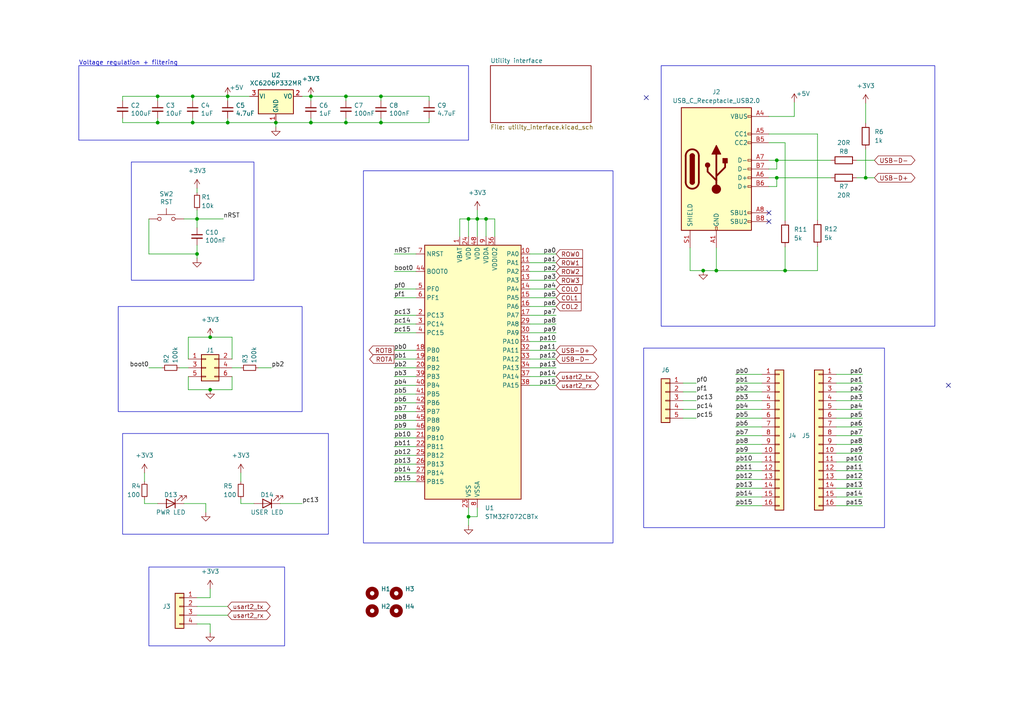
<source format=kicad_sch>
(kicad_sch (version 20230121) (generator eeschema)
  (paper "A4")
  (lib_symbols
    (symbol "Connector:USB_C_Receptacle_USB2.0" (pin_names (offset 1.016))
      (property "Reference" "J" (at -10.16 19.05 0))
      (property "Value" "USB_C_Receptacle_USB2.0" (at 19.05 19.05 0))
      (symbol "USB_C_Receptacle_USB2.0_0_0"
        (rectangle (start -0.254 -17.78) (end 0.254 -16.764))
        (rectangle (start 10.16 -14.986) (end 9.144 -15.494))
        (rectangle (start 10.16 -12.446) (end 9.144 -12.954))
        (rectangle (start 10.16 -4.826) (end 9.144 -5.334))
        (rectangle (start 10.16 -2.286) (end 9.144 -2.794))
        (rectangle (start 10.16 0.254) (end 9.144 -0.254))
        (rectangle (start 10.16 2.794) (end 9.144 2.286))
        (rectangle (start 10.16 7.874) (end 9.144 7.366))
        (rectangle (start 10.16 10.414) (end 9.144 9.906))
        (rectangle (start 10.16 15.494) (end 9.144 14.986))
      )
      (symbol "USB_C_Receptacle_USB2.0_0_1"
        (rectangle (start -10.16 17.78) (end 10.16 -17.78) (stroke (width 0.254)) (fill (type background)))
        (arc (start -8.89 -3.81) (mid -6.985 -5.7067) (end -5.08 -3.81) (stroke (width 0.508)))
        (arc (start -7.62 -3.81) (mid -6.985 -4.4423) (end -6.35 -3.81) (stroke (width 0.254)))
        (arc (start -7.62 -3.81) (mid -6.985 -4.4423) (end -6.35 -3.81) (stroke (width 0.254)) (fill (type outline)))
        (rectangle (start -7.62 -3.81) (end -6.35 3.81) (stroke (width 0.254)) (fill (type outline)))
        (arc (start -6.35 3.81) (mid -6.985 4.4423) (end -7.62 3.81) (stroke (width 0.254)))
        (arc (start -6.35 3.81) (mid -6.985 4.4423) (end -7.62 3.81) (stroke (width 0.254)) (fill (type outline)))
        (arc (start -5.08 3.81) (mid -6.985 5.7067) (end -8.89 3.81) (stroke (width 0.508)))
        (circle (center -2.54 1.143) (radius 0.635) (stroke (width 0.254)) (fill (type outline)))
        (circle (center 0 -5.842) (radius 1.27) (fill (type outline)))
        (polyline (pts (xy -8.89 -3.81) (xy -8.89 3.81)) (stroke (width 0.508)))
        (polyline (pts (xy -5.08 3.81) (xy -5.08 -3.81)) (stroke (width 0.508)))
        (polyline (pts (xy 0 -5.842) (xy 0 4.318)) (stroke (width 0.508)))
        (polyline (pts (xy 0 -3.302) (xy -2.54 -0.762) (xy -2.54 0.508)) (stroke (width 0.508)))
        (polyline (pts (xy 0 -2.032) (xy 2.54 0.508) (xy 2.54 1.778)) (stroke (width 0.508)))
        (polyline (pts (xy -1.27 4.318) (xy 0 6.858) (xy 1.27 4.318) (xy -1.27 4.318)) (stroke (width 0.254)) (fill (type outline)))
        (rectangle (start 1.905 1.778) (end 3.175 3.048) (stroke (width 0.254)) (fill (type outline)))
      )
      (symbol "USB_C_Receptacle_USB2.0_1_1"
        (pin passive line (at 0 -22.86 90) (length 5.08) (name "GND") (number "A1"))
        (pin passive line (at 0 -22.86 90) (length 5.08) hide (name "GND") (number "A12"))
        (pin passive line (at 15.24 15.24 180) (length 5.08) (name "VBUS") (number "A4"))
        (pin bidirectional line (at 15.24 10.16 180) (length 5.08) (name "CC1") (number "A5"))
        (pin bidirectional line (at 15.24 -2.54 180) (length 5.08) (name "D+") (number "A6"))
        (pin bidirectional line (at 15.24 2.54 180) (length 5.08) (name "D-") (number "A7"))
        (pin bidirectional line (at 15.24 -12.7 180) (length 5.08) (name "SBU1") (number "A8"))
        (pin passive line (at 15.24 15.24 180) (length 5.08) hide (name "VBUS") (number "A9"))
        (pin passive line (at 0 -22.86 90) (length 5.08) hide (name "GND") (number "B1"))
        (pin passive line (at 0 -22.86 90) (length 5.08) hide (name "GND") (number "B12"))
        (pin passive line (at 15.24 15.24 180) (length 5.08) hide (name "VBUS") (number "B4"))
        (pin bidirectional line (at 15.24 7.62 180) (length 5.08) (name "CC2") (number "B5"))
        (pin bidirectional line (at 15.24 -5.08 180) (length 5.08) (name "D+") (number "B6"))
        (pin bidirectional line (at 15.24 0 180) (length 5.08) (name "D-") (number "B7"))
        (pin bidirectional line (at 15.24 -15.24 180) (length 5.08) (name "SBU2") (number "B8"))
        (pin passive line (at 15.24 15.24 180) (length 5.08) hide (name "VBUS") (number "B9"))
        (pin passive line (at -7.62 -22.86 90) (length 5.08) (name "SHIELD") (number "S1"))
      )
    )
    (symbol "Connector_Generic:Conn_01x04" (pin_names (offset 1.016) hide)
      (property "Reference" "J" (at 0 5.08 0))
      (property "Value" "Conn_01x04" (at 0 -7.62 0))
      (symbol "Conn_01x04_1_1"
        (rectangle (start -1.27 -4.953) (end 0 -5.207) (stroke (width 0.1524)))
        (rectangle (start -1.27 -2.413) (end 0 -2.667) (stroke (width 0.1524)))
        (rectangle (start -1.27 0.127) (end 0 -0.127) (stroke (width 0.1524)))
        (rectangle (start -1.27 2.667) (end 0 2.413) (stroke (width 0.1524)))
        (rectangle (start -1.27 3.81) (end 1.27 -6.35) (stroke (width 0.254)) (fill (type background)))
        (pin passive line (at -5.08 2.54 0) (length 3.81) (name "Pin_1") (number "1"))
        (pin passive line (at -5.08 0 0) (length 3.81) (name "Pin_2") (number "2"))
        (pin passive line (at -5.08 -2.54 0) (length 3.81) (name "Pin_3") (number "3"))
        (pin passive line (at -5.08 -5.08 0) (length 3.81) (name "Pin_4") (number "4"))
      )
    )
    (symbol "Connector_Generic:Conn_01x05" (pin_names (offset 1.016) hide)
      (property "Reference" "J" (at 0 7.62 0))
      (property "Value" "Conn_01x05" (at 0 -7.62 0))
      (symbol "Conn_01x05_1_1"
        (rectangle (start -1.27 -4.953) (end 0 -5.207) (stroke (width 0.1524)))
        (rectangle (start -1.27 -2.413) (end 0 -2.667) (stroke (width 0.1524)))
        (rectangle (start -1.27 0.127) (end 0 -0.127) (stroke (width 0.1524)))
        (rectangle (start -1.27 2.667) (end 0 2.413) (stroke (width 0.1524)))
        (rectangle (start -1.27 5.207) (end 0 4.953) (stroke (width 0.1524)))
        (rectangle (start -1.27 6.35) (end 1.27 -6.35) (stroke (width 0.254)) (fill (type background)))
        (pin passive line (at -5.08 5.08 0) (length 3.81) (name "Pin_1") (number "1"))
        (pin passive line (at -5.08 2.54 0) (length 3.81) (name "Pin_2") (number "2"))
        (pin passive line (at -5.08 0 0) (length 3.81) (name "Pin_3") (number "3"))
        (pin passive line (at -5.08 -2.54 0) (length 3.81) (name "Pin_4") (number "4"))
        (pin passive line (at -5.08 -5.08 0) (length 3.81) (name "Pin_5") (number "5"))
      )
    )
    (symbol "Connector_Generic:Conn_01x16" (pin_names (offset 1.016) hide)
      (property "Reference" "J" (at 0 20.32 0))
      (property "Value" "Conn_01x16" (at 0 -22.86 0))
      (symbol "Conn_01x16_1_1"
        (rectangle (start -1.27 -20.193) (end 0 -20.447) (stroke (width 0.1524)))
        (rectangle (start -1.27 -17.653) (end 0 -17.907) (stroke (width 0.1524)))
        (rectangle (start -1.27 -15.113) (end 0 -15.367) (stroke (width 0.1524)))
        (rectangle (start -1.27 -12.573) (end 0 -12.827) (stroke (width 0.1524)))
        (rectangle (start -1.27 -10.033) (end 0 -10.287) (stroke (width 0.1524)))
        (rectangle (start -1.27 -7.493) (end 0 -7.747) (stroke (width 0.1524)))
        (rectangle (start -1.27 -4.953) (end 0 -5.207) (stroke (width 0.1524)))
        (rectangle (start -1.27 -2.413) (end 0 -2.667) (stroke (width 0.1524)))
        (rectangle (start -1.27 0.127) (end 0 -0.127) (stroke (width 0.1524)))
        (rectangle (start -1.27 2.667) (end 0 2.413) (stroke (width 0.1524)))
        (rectangle (start -1.27 5.207) (end 0 4.953) (stroke (width 0.1524)))
        (rectangle (start -1.27 7.747) (end 0 7.493) (stroke (width 0.1524)))
        (rectangle (start -1.27 10.287) (end 0 10.033) (stroke (width 0.1524)))
        (rectangle (start -1.27 12.827) (end 0 12.573) (stroke (width 0.1524)))
        (rectangle (start -1.27 15.367) (end 0 15.113) (stroke (width 0.1524)))
        (rectangle (start -1.27 17.907) (end 0 17.653) (stroke (width 0.1524)))
        (rectangle (start -1.27 19.05) (end 1.27 -21.59) (stroke (width 0.254)) (fill (type background)))
        (pin passive line (at -5.08 17.78 0) (length 3.81) (name "Pin_1") (number "1"))
        (pin passive line (at -5.08 -5.08 0) (length 3.81) (name "Pin_10") (number "10"))
        (pin passive line (at -5.08 -7.62 0) (length 3.81) (name "Pin_11") (number "11"))
        (pin passive line (at -5.08 -10.16 0) (length 3.81) (name "Pin_12") (number "12"))
        (pin passive line (at -5.08 -12.7 0) (length 3.81) (name "Pin_13") (number "13"))
        (pin passive line (at -5.08 -15.24 0) (length 3.81) (name "Pin_14") (number "14"))
        (pin passive line (at -5.08 -17.78 0) (length 3.81) (name "Pin_15") (number "15"))
        (pin passive line (at -5.08 -20.32 0) (length 3.81) (name "Pin_16") (number "16"))
        (pin passive line (at -5.08 15.24 0) (length 3.81) (name "Pin_2") (number "2"))
        (pin passive line (at -5.08 12.7 0) (length 3.81) (name "Pin_3") (number "3"))
        (pin passive line (at -5.08 10.16 0) (length 3.81) (name "Pin_4") (number "4"))
        (pin passive line (at -5.08 7.62 0) (length 3.81) (name "Pin_5") (number "5"))
        (pin passive line (at -5.08 5.08 0) (length 3.81) (name "Pin_6") (number "6"))
        (pin passive line (at -5.08 2.54 0) (length 3.81) (name "Pin_7") (number "7"))
        (pin passive line (at -5.08 0 0) (length 3.81) (name "Pin_8") (number "8"))
        (pin passive line (at -5.08 -2.54 0) (length 3.81) (name "Pin_9") (number "9"))
      )
    )
    (symbol "Connector_Generic:Conn_02x03_Odd_Even" (pin_names (offset 1.016) hide)
      (property "Reference" "J" (at 1.27 5.08 0))
      (property "Value" "Conn_02x03_Odd_Even" (at 1.27 -5.08 0))
      (symbol "Conn_02x03_Odd_Even_1_1"
        (rectangle (start -1.27 -2.413) (end 0 -2.667) (stroke (width 0.1524)))
        (rectangle (start -1.27 0.127) (end 0 -0.127) (stroke (width 0.1524)))
        (rectangle (start -1.27 2.667) (end 0 2.413) (stroke (width 0.1524)))
        (rectangle (start -1.27 3.81) (end 3.81 -3.81) (stroke (width 0.254)) (fill (type background)))
        (rectangle (start 3.81 -2.413) (end 2.54 -2.667) (stroke (width 0.1524)))
        (rectangle (start 3.81 0.127) (end 2.54 -0.127) (stroke (width 0.1524)))
        (rectangle (start 3.81 2.667) (end 2.54 2.413) (stroke (width 0.1524)))
        (pin passive line (at -5.08 2.54 0) (length 3.81) (name "Pin_1") (number "1"))
        (pin passive line (at 7.62 2.54 180) (length 3.81) (name "Pin_2") (number "2"))
        (pin passive line (at -5.08 0 0) (length 3.81) (name "Pin_3") (number "3"))
        (pin passive line (at 7.62 0 180) (length 3.81) (name "Pin_4") (number "4"))
        (pin passive line (at -5.08 -2.54 0) (length 3.81) (name "Pin_5") (number "5"))
        (pin passive line (at 7.62 -2.54 180) (length 3.81) (name "Pin_6") (number "6"))
      )
    )
    (symbol "Device:C_Small" (pin_numbers hide) (pin_names (offset 0.254) hide)
      (property "Reference" "C" (at 0.254 1.778 0))
      (property "Value" "C_Small" (at 0.254 -2.032 0))
      (symbol "C_Small_0_1"
        (polyline (pts (xy -1.524 -0.508) (xy 1.524 -0.508)) (stroke (width 0.3302)))
        (polyline (pts (xy -1.524 0.508) (xy 1.524 0.508)) (stroke (width 0.3048)))
      )
      (symbol "C_Small_1_1"
        (pin passive line (at 0 2.54 270) (length 2.032) (name "~") (number "1"))
        (pin passive line (at 0 -2.54 90) (length 2.032) (name "~") (number "2"))
      )
    )
    (symbol "Device:LED" (pin_numbers hide) (pin_names (offset 1.016) hide)
      (property "Reference" "D" (at 0 2.54 0))
      (property "Value" "LED" (at 0 -2.54 0))
      (symbol "LED_0_1"
        (polyline (pts (xy -1.27 -1.27) (xy -1.27 1.27)) (stroke (width 0.254)))
        (polyline (pts (xy -1.27 0) (xy 1.27 0)))
        (polyline (pts (xy 1.27 -1.27) (xy 1.27 1.27) (xy -1.27 0) (xy 1.27 -1.27)) (stroke (width 0.254)))
        (polyline (pts (xy -3.048 -0.762) (xy -4.572 -2.286) (xy -3.81 -2.286) (xy -4.572 -2.286) (xy -4.572 -1.524)))
        (polyline (pts (xy -1.778 -0.762) (xy -3.302 -2.286) (xy -2.54 -2.286) (xy -3.302 -2.286) (xy -3.302 -1.524)))
      )
      (symbol "LED_1_1"
        (pin passive line (at -3.81 0 0) (length 2.54) (name "K") (number "1"))
        (pin passive line (at 3.81 0 180) (length 2.54) (name "A") (number "2"))
      )
    )
    (symbol "Device:R" (pin_numbers hide) (pin_names (offset 0))
      (property "Reference" "R" (at 2.032 0 90))
      (property "Value" "R" (at 0 0 90))
      (symbol "R_0_1"
        (rectangle (start -1.016 -2.54) (end 1.016 2.54) (stroke (width 0.254)))
      )
      (symbol "R_1_1"
        (pin passive line (at 0 3.81 270) (length 1.27) (name "~") (number "1"))
        (pin passive line (at 0 -3.81 90) (length 1.27) (name "~") (number "2"))
      )
    )
    (symbol "Device:R_Small" (pin_numbers hide) (pin_names (offset 0.254) hide)
      (property "Reference" "R" (at 0.762 0.508 0))
      (property "Value" "R_Small" (at 0.762 -1.016 0))
      (symbol "R_Small_0_1"
        (rectangle (start -0.762 1.778) (end 0.762 -1.778) (stroke (width 0.2032)))
      )
      (symbol "R_Small_1_1"
        (pin passive line (at 0 2.54 270) (length 0.762) (name "~") (number "1"))
        (pin passive line (at 0 -2.54 90) (length 0.762) (name "~") (number "2"))
      )
    )
    (symbol "MCU_ST_STM32F0:STM32F072CBTx"
      (property "Reference" "U" (at -12.7 39.37 0))
      (property "Value" "STM32F072CBTx" (at 10.16 39.37 0))
      (symbol "STM32F072CBTx_0_1"
        (rectangle (start -12.7 -35.56) (end 15.24 38.1) (stroke (width 0.254)) (fill (type background)))
      )
      (symbol "STM32F072CBTx_1_1"
        (pin power_in line (at -2.54 40.64 270) (length 2.54) (name "VBAT") (number "1"))
        (pin bidirectional line (at 17.78 35.56 180) (length 2.54) (name "PA0") (number "10"))
        (pin bidirectional line (at 17.78 33.02 180) (length 2.54) (name "PA1") (number "11"))
        (pin bidirectional line (at 17.78 30.48 180) (length 2.54) (name "PA2") (number "12"))
        (pin bidirectional line (at 17.78 27.94 180) (length 2.54) (name "PA3") (number "13"))
        (pin bidirectional line (at 17.78 25.4 180) (length 2.54) (name "PA4") (number "14"))
        (pin bidirectional line (at 17.78 22.86 180) (length 2.54) (name "PA5") (number "15"))
        (pin bidirectional line (at 17.78 20.32 180) (length 2.54) (name "PA6") (number "16"))
        (pin bidirectional line (at 17.78 17.78 180) (length 2.54) (name "PA7") (number "17"))
        (pin bidirectional line (at -15.24 7.62 0) (length 2.54) (name "PB0") (number "18"))
        (pin bidirectional line (at -15.24 5.08 0) (length 2.54) (name "PB1") (number "19"))
        (pin bidirectional line (at -15.24 17.78 0) (length 2.54) (name "PC13") (number "2"))
        (pin bidirectional line (at -15.24 2.54 0) (length 2.54) (name "PB2") (number "20"))
        (pin bidirectional line (at -15.24 -17.78 0) (length 2.54) (name "PB10") (number "21"))
        (pin bidirectional line (at -15.24 -20.32 0) (length 2.54) (name "PB11") (number "22"))
        (pin power_in line (at 0 -38.1 90) (length 2.54) (name "VSS") (number "23"))
        (pin power_in line (at 0 40.64 270) (length 2.54) (name "VDD") (number "24"))
        (pin bidirectional line (at -15.24 -22.86 0) (length 2.54) (name "PB12") (number "25"))
        (pin bidirectional line (at -15.24 -25.4 0) (length 2.54) (name "PB13") (number "26"))
        (pin bidirectional line (at -15.24 -27.94 0) (length 2.54) (name "PB14") (number "27"))
        (pin bidirectional line (at -15.24 -30.48 0) (length 2.54) (name "PB15") (number "28"))
        (pin bidirectional line (at 17.78 15.24 180) (length 2.54) (name "PA8") (number "29"))
        (pin bidirectional line (at -15.24 15.24 0) (length 2.54) (name "PC14") (number "3"))
        (pin bidirectional line (at 17.78 12.7 180) (length 2.54) (name "PA9") (number "30"))
        (pin bidirectional line (at 17.78 10.16 180) (length 2.54) (name "PA10") (number "31"))
        (pin bidirectional line (at 17.78 7.62 180) (length 2.54) (name "PA11") (number "32"))
        (pin bidirectional line (at 17.78 5.08 180) (length 2.54) (name "PA12") (number "33"))
        (pin bidirectional line (at 17.78 2.54 180) (length 2.54) (name "PA13") (number "34"))
        (pin passive line (at 0 -38.1 90) (length 2.54) hide (name "VSS") (number "35"))
        (pin power_in line (at 7.62 40.64 270) (length 2.54) (name "VDDIO2") (number "36"))
        (pin bidirectional line (at 17.78 0 180) (length 2.54) (name "PA14") (number "37"))
        (pin bidirectional line (at 17.78 -2.54 180) (length 2.54) (name "PA15") (number "38"))
        (pin bidirectional line (at -15.24 0 0) (length 2.54) (name "PB3") (number "39"))
        (pin bidirectional line (at -15.24 12.7 0) (length 2.54) (name "PC15") (number "4"))
        (pin bidirectional line (at -15.24 -2.54 0) (length 2.54) (name "PB4") (number "40"))
        (pin bidirectional line (at -15.24 -5.08 0) (length 2.54) (name "PB5") (number "41"))
        (pin bidirectional line (at -15.24 -7.62 0) (length 2.54) (name "PB6") (number "42"))
        (pin bidirectional line (at -15.24 -10.16 0) (length 2.54) (name "PB7") (number "43"))
        (pin input line (at -15.24 30.48 0) (length 2.54) (name "BOOT0") (number "44"))
        (pin bidirectional line (at -15.24 -12.7 0) (length 2.54) (name "PB8") (number "45"))
        (pin bidirectional line (at -15.24 -15.24 0) (length 2.54) (name "PB9") (number "46"))
        (pin passive line (at 0 -38.1 90) (length 2.54) hide (name "VSS") (number "47"))
        (pin power_in line (at 2.54 40.64 270) (length 2.54) (name "VDD") (number "48"))
        (pin bidirectional line (at -15.24 25.4 0) (length 2.54) (name "PF0") (number "5"))
        (pin bidirectional line (at -15.24 22.86 0) (length 2.54) (name "PF1") (number "6"))
        (pin input line (at -15.24 35.56 0) (length 2.54) (name "NRST") (number "7"))
        (pin power_in line (at 2.54 -38.1 90) (length 2.54) (name "VSSA") (number "8"))
        (pin power_in line (at 5.08 40.64 270) (length 2.54) (name "VDDA") (number "9"))
      )
    )
    (symbol "Mechanical:MountingHole" (pin_names (offset 1.016))
      (property "Reference" "H" (at 0 5.08 0))
      (property "Value" "MountingHole" (at 0 3.175 0))
      (symbol "MountingHole_0_1"
        (circle (center 0 0) (radius 1.27) (stroke (width 1.27)))
      )
    )
    (symbol "Switch:SW_Push" (pin_numbers hide) (pin_names (offset 1.016) hide)
      (property "Reference" "SW" (at 1.27 2.54 0))
      (property "Value" "SW_Push" (at 0 -1.524 0))
      (symbol "SW_Push_0_1"
        (circle (center -2.032 0) (radius 0.508))
        (polyline (pts (xy 0 1.27) (xy 0 3.048)))
        (polyline (pts (xy 2.54 1.27) (xy -2.54 1.27)))
        (circle (center 2.032 0) (radius 0.508))
        (pin passive line (at -5.08 0 0) (length 2.54) (name "1") (number "1"))
        (pin passive line (at 5.08 0 180) (length 2.54) (name "2") (number "2"))
      )
    )
    (symbol "isometria-75-pcb-iso-rescue:XC6206PxxxMR-Regulator_Linear-kicad-keyboard-parts" (pin_names (offset 0.254))
      (property "Reference" "U" (at -3.81 3.175 0))
      (property "Value" "kicad-keyboard-parts_XC6206PxxxMR-Regulator_Linear" (at 0 3.175 0))
      (property "LCSC" "C5446" (at 0 0 0))
      (symbol "XC6206PxxxMR-Regulator_Linear-kicad-keyboard-parts_0_1"
        (rectangle (start -5.08 1.905) (end 5.08 -5.08) (stroke (width 0.254)) (fill (type background)))
      )
      (symbol "XC6206PxxxMR-Regulator_Linear-kicad-keyboard-parts_1_1"
        (pin power_in line (at 0 -7.62 90) (length 2.54) (name "GND") (number "1"))
        (pin power_out line (at 7.62 0 180) (length 2.54) (name "VO") (number "2"))
        (pin power_in line (at -7.62 0 0) (length 2.54) (name "VI") (number "3"))
      )
    )
    (symbol "power:+3V3" (power) (pin_names (offset 0))
      (property "Value" "+3V3" (at 0 3.556 0))
      (symbol "+3V3_0_1"
        (polyline (pts (xy -0.762 1.27) (xy 0 2.54)))
        (polyline (pts (xy 0 0) (xy 0 2.54)))
        (polyline (pts (xy 0 2.54) (xy 0.762 1.27)))
      )
      (symbol "+3V3_1_1"
        (pin power_in line (at 0 0 90) (length 0) hide (name "+3V3") (number "1"))
      )
    )
    (symbol "power:+5V" (power) (pin_names (offset 0))
      (property "Value" "+5V" (at 0 3.556 0))
      (symbol "+5V_0_1"
        (polyline (pts (xy -0.762 1.27) (xy 0 2.54)))
        (polyline (pts (xy 0 0) (xy 0 2.54)))
        (polyline (pts (xy 0 2.54) (xy 0.762 1.27)))
      )
      (symbol "+5V_1_1"
        (pin power_in line (at 0 0 90) (length 0) hide (name "+5V") (number "1"))
      )
    )
    (symbol "power:GND" (power) (pin_names (offset 0))
      (property "Value" "GND" (at 0 -3.81 0))
      (symbol "GND_0_1"
        (polyline (pts (xy 0 0) (xy 0 -1.27) (xy 1.27 -1.27) (xy 0 -2.54) (xy -1.27 -1.27) (xy 0 -1.27)))
      )
      (symbol "GND_1_1"
        (pin power_in line (at 0 0 270) (length 0) hide (name "GND") (number "1"))
      )
    )
  )
  (junction (at 140.97 63.5))
  (junction (at 207.772 78.486))
  (junction (at 225.298 46.482))
  (junction (at 55.88 35.56))
  (junction (at 110.49 35.56))
  (junction (at 80.01 35.56))
  (junction (at 225.298 51.562))
  (junction (at 100.33 35.56))
  (junction (at 45.72 35.56))
  (junction (at 57.15 73.66))
  (junction (at 90.17 35.56))
  (junction (at 66.04 27.94))
  (junction (at 60.96 113.03))
  (junction (at 251.079 51.562))
  (junction (at 110.49 27.94))
  (junction (at 90.17 27.94))
  (junction (at 203.962 78.486))
  (junction (at 135.89 149.86))
  (junction (at 100.33 27.94))
  (junction (at 138.43 63.5))
  (junction (at 60.96 97.79))
  (junction (at 227.711 78.486))
  (junction (at 55.88 27.94))
  (junction (at 57.15 63.5))
  (junction (at 45.72 27.94))
  (junction (at 135.89 63.5))
  (junction (at 66.04 35.56))
  (no_connect (at 223.012 61.722))
  (no_connect (at 275.082 111.76))
  (no_connect (at 187.452 28.321))
  (no_connect (at 223.012 64.262))
  (wire (pts (xy 242.57 116.205) (xy 250.19 116.205)))
  (wire (pts (xy 213.36 113.665) (xy 220.98 113.665)))
  (wire (pts (xy 223.012 51.562) (xy 225.298 51.562)))
  (wire (pts (xy 114.3 91.44) (xy 120.65 91.44)))
  (wire (pts (xy 143.51 68.58) (xy 143.51 63.5)))
  (wire (pts (xy 242.57 139.065) (xy 250.19 139.065)))
  (wire (pts (xy 133.35 68.58) (xy 133.35 63.5)))
  (polyline (pts (xy 135.89 19.05) (xy 135.89 40.64)) (stroke (width 0) (type solid)))
  (wire (pts (xy 114.3 96.52) (xy 120.65 96.52)))
  (wire (pts (xy 67.31 109.22) (xy 67.31 113.03)))
  (wire (pts (xy 60.96 180.975) (xy 60.96 183.515)))
  (wire (pts (xy 237.109 71.501) (xy 237.109 78.486)))
  (wire (pts (xy 114.3 93.98) (xy 120.65 93.98)))
  (wire (pts (xy 223.012 38.862) (xy 237.109 38.862)))
  (wire (pts (xy 67.31 113.03) (xy 60.96 113.03)))
  (wire (pts (xy 198.12 121.285) (xy 201.93 121.285)))
  (wire (pts (xy 203.962 78.486) (xy 207.772 78.486)))
  (wire (pts (xy 153.67 96.52) (xy 161.29 96.52)))
  (wire (pts (xy 41.91 146.05) (xy 41.91 144.78)))
  (wire (pts (xy 143.51 63.5) (xy 140.97 63.5)))
  (wire (pts (xy 135.89 147.32) (xy 135.89 149.86)))
  (wire (pts (xy 45.72 35.56) (xy 45.72 34.29)))
  (wire (pts (xy 69.85 137.16) (xy 69.85 139.7)))
  (wire (pts (xy 225.298 54.102) (xy 225.298 51.562)))
  (wire (pts (xy 114.3 86.36) (xy 120.65 86.36)))
  (wire (pts (xy 242.57 113.665) (xy 250.19 113.665)))
  (wire (pts (xy 153.67 101.6) (xy 161.29 101.6)))
  (wire (pts (xy 114.3 114.3) (xy 120.65 114.3)))
  (wire (pts (xy 227.711 71.628) (xy 227.711 78.486)))
  (wire (pts (xy 87.63 27.94) (xy 90.17 27.94)))
  (wire (pts (xy 153.67 106.68) (xy 161.29 106.68)))
  (wire (pts (xy 213.36 141.605) (xy 220.98 141.605)))
  (wire (pts (xy 55.88 34.29) (xy 55.88 35.56)))
  (wire (pts (xy 242.57 136.525) (xy 250.19 136.525)))
  (wire (pts (xy 69.85 146.05) (xy 69.85 144.78)))
  (wire (pts (xy 57.15 178.435) (xy 66.04 178.435)))
  (wire (pts (xy 67.31 104.14) (xy 67.31 97.79)))
  (wire (pts (xy 57.15 63.5) (xy 57.15 60.96)))
  (wire (pts (xy 57.15 63.5) (xy 64.77 63.5)))
  (wire (pts (xy 213.36 128.905) (xy 220.98 128.905)))
  (wire (pts (xy 114.3 101.6) (xy 120.65 101.6)))
  (wire (pts (xy 114.3 83.82) (xy 120.65 83.82)))
  (wire (pts (xy 52.07 106.68) (xy 54.61 106.68)))
  (wire (pts (xy 45.72 27.94) (xy 55.88 27.94)))
  (wire (pts (xy 153.67 78.74) (xy 161.29 78.74)))
  (wire (pts (xy 114.3 132.08) (xy 120.65 132.08)))
  (wire (pts (xy 114.3 109.22) (xy 120.65 109.22)))
  (wire (pts (xy 135.89 149.86) (xy 135.89 152.4)))
  (wire (pts (xy 114.3 104.14) (xy 120.65 104.14)))
  (wire (pts (xy 213.36 111.125) (xy 220.98 111.125)))
  (wire (pts (xy 57.15 180.975) (xy 60.96 180.975)))
  (wire (pts (xy 251.079 43.307) (xy 251.079 51.562)))
  (wire (pts (xy 242.57 133.985) (xy 250.19 133.985)))
  (wire (pts (xy 138.43 147.32) (xy 138.43 149.86)))
  (wire (pts (xy 100.33 29.21) (xy 100.33 27.94)))
  (wire (pts (xy 138.43 60.96) (xy 138.43 63.5)))
  (wire (pts (xy 225.298 51.562) (xy 240.919 51.562)))
  (wire (pts (xy 114.3 134.62) (xy 120.65 134.62)))
  (wire (pts (xy 153.67 88.9) (xy 161.29 88.9)))
  (wire (pts (xy 80.01 36.83) (xy 80.01 35.56)))
  (wire (pts (xy 223.012 49.022) (xy 225.298 49.022)))
  (wire (pts (xy 55.88 27.94) (xy 66.04 27.94)))
  (wire (pts (xy 242.57 123.825) (xy 250.19 123.825)))
  (wire (pts (xy 200.152 71.882) (xy 200.152 78.486)))
  (wire (pts (xy 248.539 51.562) (xy 251.079 51.562)))
  (wire (pts (xy 100.33 35.56) (xy 100.33 34.29)))
  (wire (pts (xy 66.04 29.21) (xy 66.04 27.94)))
  (wire (pts (xy 140.97 68.58) (xy 140.97 63.5)))
  (wire (pts (xy 242.57 146.685) (xy 250.19 146.685)))
  (wire (pts (xy 35.56 34.29) (xy 35.56 35.56)))
  (wire (pts (xy 198.12 118.745) (xy 201.93 118.745)))
  (wire (pts (xy 114.3 116.84) (xy 120.65 116.84)))
  (wire (pts (xy 225.298 46.482) (xy 240.919 46.482)))
  (wire (pts (xy 59.69 148.59) (xy 59.69 146.05)))
  (wire (pts (xy 153.67 83.82) (xy 161.29 83.82)))
  (wire (pts (xy 54.61 97.79) (xy 60.96 97.79)))
  (wire (pts (xy 41.91 137.16) (xy 41.91 139.7)))
  (wire (pts (xy 54.61 113.03) (xy 60.96 113.03)))
  (wire (pts (xy 54.61 97.79) (xy 54.61 104.14)))
  (wire (pts (xy 114.3 137.16) (xy 120.65 137.16)))
  (wire (pts (xy 57.15 55.88) (xy 57.15 54.61)))
  (wire (pts (xy 248.539 46.482) (xy 253.619 46.482)))
  (wire (pts (xy 230.378 29.718) (xy 230.378 33.782)))
  (wire (pts (xy 227.711 64.008) (xy 227.711 41.402)))
  (wire (pts (xy 35.56 35.56) (xy 45.72 35.56)))
  (wire (pts (xy 114.3 127) (xy 120.65 127)))
  (wire (pts (xy 153.67 76.2) (xy 161.29 76.2)))
  (wire (pts (xy 80.01 35.56) (xy 90.17 35.56)))
  (wire (pts (xy 153.67 99.06) (xy 161.29 99.06)))
  (wire (pts (xy 114.3 119.38) (xy 120.65 119.38)))
  (wire (pts (xy 90.17 34.29) (xy 90.17 35.56)))
  (wire (pts (xy 198.12 116.205) (xy 201.93 116.205)))
  (wire (pts (xy 198.12 113.665) (xy 201.93 113.665)))
  (wire (pts (xy 251.079 35.687) (xy 251.079 29.972)))
  (wire (pts (xy 55.88 35.56) (xy 66.04 35.56)))
  (wire (pts (xy 114.3 106.68) (xy 120.65 106.68)))
  (wire (pts (xy 242.57 108.585) (xy 250.19 108.585)))
  (wire (pts (xy 35.56 27.94) (xy 45.72 27.94)))
  (wire (pts (xy 153.67 91.44) (xy 161.29 91.44)))
  (wire (pts (xy 110.49 35.56) (xy 110.49 34.29)))
  (wire (pts (xy 114.3 78.74) (xy 120.65 78.74)))
  (wire (pts (xy 213.36 144.145) (xy 220.98 144.145)))
  (wire (pts (xy 114.3 129.54) (xy 120.65 129.54)))
  (wire (pts (xy 213.36 121.285) (xy 220.98 121.285)))
  (wire (pts (xy 237.109 78.486) (xy 227.711 78.486)))
  (wire (pts (xy 242.57 144.145) (xy 250.19 144.145)))
  (wire (pts (xy 54.61 109.22) (xy 54.61 113.03)))
  (wire (pts (xy 100.33 27.94) (xy 110.49 27.94)))
  (polyline (pts (xy 22.86 19.05) (xy 135.89 19.05)) (stroke (width 0) (type solid)))
  (wire (pts (xy 223.012 54.102) (xy 225.298 54.102)))
  (wire (pts (xy 45.72 146.05) (xy 41.91 146.05)))
  (wire (pts (xy 90.17 35.56) (xy 100.33 35.56)))
  (wire (pts (xy 213.36 126.365) (xy 220.98 126.365)))
  (wire (pts (xy 100.33 35.56) (xy 110.49 35.56)))
  (wire (pts (xy 35.56 29.21) (xy 35.56 27.94)))
  (wire (pts (xy 153.67 111.76) (xy 161.29 111.76)))
  (wire (pts (xy 213.36 146.685) (xy 220.98 146.685)))
  (wire (pts (xy 242.57 141.605) (xy 250.19 141.605)))
  (wire (pts (xy 242.57 128.905) (xy 250.19 128.905)))
  (wire (pts (xy 153.67 86.36) (xy 161.29 86.36)))
  (wire (pts (xy 60.96 97.79) (xy 67.31 97.79)))
  (wire (pts (xy 227.711 41.402) (xy 223.012 41.402)))
  (wire (pts (xy 43.18 73.66) (xy 43.18 63.5)))
  (wire (pts (xy 114.3 139.7) (xy 120.65 139.7)))
  (wire (pts (xy 153.67 73.66) (xy 161.29 73.66)))
  (wire (pts (xy 43.18 73.66) (xy 57.15 73.66)))
  (wire (pts (xy 87.63 146.05) (xy 81.28 146.05)))
  (wire (pts (xy 251.079 51.562) (xy 253.619 51.562)))
  (wire (pts (xy 114.3 73.66) (xy 120.65 73.66)))
  (wire (pts (xy 242.57 121.285) (xy 250.19 121.285)))
  (wire (pts (xy 213.36 118.745) (xy 220.98 118.745)))
  (polyline (pts (xy 22.86 40.64) (xy 22.86 19.05)) (stroke (width 0) (type solid)))
  (wire (pts (xy 124.46 34.29) (xy 124.46 35.56)))
  (wire (pts (xy 73.66 146.05) (xy 69.85 146.05)))
  (wire (pts (xy 153.67 104.14) (xy 161.29 104.14)))
  (wire (pts (xy 207.772 78.486) (xy 227.711 78.486)))
  (wire (pts (xy 153.67 81.28) (xy 161.29 81.28)))
  (wire (pts (xy 223.012 46.482) (xy 225.298 46.482)))
  (wire (pts (xy 110.49 35.56) (xy 124.46 35.56)))
  (wire (pts (xy 207.772 71.882) (xy 207.772 78.486)))
  (wire (pts (xy 198.12 111.125) (xy 201.93 111.125)))
  (wire (pts (xy 225.298 49.022) (xy 225.298 46.482)))
  (wire (pts (xy 43.18 106.68) (xy 46.99 106.68)))
  (wire (pts (xy 213.36 133.985) (xy 220.98 133.985)))
  (wire (pts (xy 213.36 123.825) (xy 220.98 123.825)))
  (wire (pts (xy 57.15 63.5) (xy 57.15 66.04)))
  (wire (pts (xy 223.012 33.782) (xy 230.378 33.782)))
  (wire (pts (xy 66.04 35.56) (xy 80.01 35.56)))
  (wire (pts (xy 90.17 29.21) (xy 90.17 27.94)))
  (wire (pts (xy 242.57 126.365) (xy 250.19 126.365)))
  (wire (pts (xy 53.34 63.5) (xy 57.15 63.5)))
  (wire (pts (xy 110.49 29.21) (xy 110.49 27.94)))
  (wire (pts (xy 213.36 108.585) (xy 220.98 108.585)))
  (wire (pts (xy 60.96 170.815) (xy 60.96 173.355)))
  (wire (pts (xy 133.35 63.5) (xy 135.89 63.5)))
  (wire (pts (xy 66.04 27.94) (xy 72.39 27.94)))
  (wire (pts (xy 124.46 27.94) (xy 124.46 29.21)))
  (wire (pts (xy 200.152 78.486) (xy 203.962 78.486)))
  (wire (pts (xy 213.36 131.445) (xy 220.98 131.445)))
  (wire (pts (xy 55.88 35.56) (xy 45.72 35.56)))
  (wire (pts (xy 114.3 121.92) (xy 120.65 121.92)))
  (polyline (pts (xy 22.86 40.64) (xy 135.89 40.64)) (stroke (width 0) (type solid)))
  (wire (pts (xy 114.3 111.76) (xy 120.65 111.76)))
  (wire (pts (xy 57.15 73.66) (xy 57.15 74.93)))
  (wire (pts (xy 140.97 63.5) (xy 138.43 63.5)))
  (wire (pts (xy 90.17 27.94) (xy 100.33 27.94)))
  (wire (pts (xy 66.04 34.29) (xy 66.04 35.56)))
  (wire (pts (xy 110.49 27.94) (xy 124.46 27.94)))
  (wire (pts (xy 213.36 136.525) (xy 220.98 136.525)))
  (wire (pts (xy 55.88 29.21) (xy 55.88 27.94)))
  (wire (pts (xy 114.3 124.46) (xy 120.65 124.46)))
  (wire (pts (xy 67.31 106.68) (xy 69.85 106.68)))
  (wire (pts (xy 74.93 106.68) (xy 78.74 106.68)))
  (wire (pts (xy 57.15 175.895) (xy 66.04 175.895)))
  (wire (pts (xy 213.36 116.205) (xy 220.98 116.205)))
  (wire (pts (xy 242.57 131.445) (xy 250.19 131.445)))
  (wire (pts (xy 153.67 93.98) (xy 161.29 93.98)))
  (wire (pts (xy 138.43 68.58) (xy 138.43 63.5)))
  (wire (pts (xy 242.57 118.745) (xy 250.19 118.745)))
  (wire (pts (xy 135.89 63.5) (xy 135.89 68.58)))
  (wire (pts (xy 60.96 173.355) (xy 57.15 173.355)))
  (wire (pts (xy 45.72 29.21) (xy 45.72 27.94)))
  (wire (pts (xy 153.67 109.22) (xy 161.29 109.22)))
  (wire (pts (xy 213.36 139.065) (xy 220.98 139.065)))
  (wire (pts (xy 138.43 149.86) (xy 135.89 149.86)))
  (wire (pts (xy 57.15 71.12) (xy 57.15 73.66)))
  (wire (pts (xy 59.69 146.05) (xy 53.34 146.05)))
  (wire (pts (xy 138.43 63.5) (xy 135.89 63.5)))
  (wire (pts (xy 237.109 38.862) (xy 237.109 63.881)))
  (wire (pts (xy 242.57 111.125) (xy 250.19 111.125)))
  (rectangle (start 105.41 49.53) (end 177.8 157.48))
  (rectangle (start 35.56 125.73) (end 95.25 154.94))
  (rectangle (start 34.29 88.9) (end 87.63 119.38))
  (rectangle (start 38.1 46.99) (end 73.66 81.28))
  (rectangle (start 43.18 164.465) (end 82.55 187.325))
  (rectangle (start 186.69 100.965) (end 256.54 153.035))
  (rectangle (start 191.77 19.05) (end 271.145 94.615))
  (text "Voltage regulation + filtering" (at 22.86 19.05 0) (effects (font (size 1.27 1.27)) (justify left bottom)))
  (label "boot0" (at 43.18 106.68 180))
  (label "pa11" (at 161.29 101.6 180))
  (label "pa9" (at 161.29 96.52 180))
  (label "pb12" (at 114.3 132.08 0))
  (label "pa1" (at 161.29 76.2 180))
  (label "pb7" (at 114.3 119.38 0))
  (label "pb15" (at 213.36 146.685 0))
  (label "pb9" (at 114.3 124.46 0))
  (label "pa14" (at 161.29 109.22 180))
  (label "pb2" (at 213.36 113.665 0))
  (label "pa15" (at 161.29 111.76 180))
  (label "pa4" (at 161.29 83.82 180))
  (label "pa13" (at 161.29 106.68 180))
  (label "pb13" (at 114.3 134.62 0))
  (label "pa4" (at 250.19 118.745 180))
  (label "pb5" (at 114.3 114.3 0))
  (label "pa13" (at 250.19 141.605 180))
  (label "pa7" (at 161.29 91.44 180))
  (label "pc14" (at 201.93 118.745 0))
  (label "pa14" (at 250.19 144.145 180))
  (label "pf0" (at 201.93 111.125 0))
  (label "pa12" (at 161.29 104.14 180))
  (label "pb3" (at 114.3 109.22 0))
  (label "pb9" (at 213.36 131.445 0))
  (label "pa7" (at 250.19 126.365 180))
  (label "pa9" (at 250.19 131.445 180))
  (label "pb6" (at 114.3 116.84 0))
  (label "pb3" (at 213.36 116.205 0))
  (label "pa8" (at 161.29 93.98 180))
  (label "pb14" (at 114.3 137.16 0))
  (label "pc13" (at 114.3 91.44 0))
  (label "pa3" (at 161.29 81.28 180))
  (label "boot0" (at 114.3 78.74 0))
  (label "pb11" (at 213.36 136.525 0))
  (label "pb4" (at 213.36 118.745 0))
  (label "pc14" (at 114.3 93.98 0))
  (label "pa5" (at 250.19 121.285 180))
  (label "pb10" (at 114.3 127 0))
  (label "pa11" (at 250.19 136.525 180))
  (label "pb13" (at 213.36 141.605 0))
  (label "pa2" (at 250.19 113.665 180))
  (label "pb12" (at 213.36 139.065 0))
  (label "pb15" (at 114.3 139.7 0))
  (label "nRST" (at 64.77 63.5 0))
  (label "pa8" (at 250.19 128.905 180))
  (label "pb11" (at 114.3 129.54 0))
  (label "pb1" (at 114.3 104.14 0))
  (label "pb6" (at 213.36 123.825 0))
  (label "pf1" (at 201.93 113.665 0))
  (label "pb14" (at 213.36 144.145 0))
  (label "pa10" (at 161.29 99.06 180))
  (label "pb2" (at 78.74 106.68 0))
  (label "pa1" (at 250.19 111.125 180))
  (label "pa5" (at 161.29 86.36 180))
  (label "pb8" (at 114.3 121.92 0))
  (label "pb7" (at 213.36 126.365 0))
  (label "pa3" (at 250.19 116.205 180))
  (label "pa2" (at 161.29 78.74 180))
  (label "pa12" (at 250.19 139.065 180))
  (label "pb2" (at 114.3 106.68 0))
  (label "pa0" (at 161.29 73.66 180))
  (label "nRST" (at 114.3 73.66 0))
  (label "pc13" (at 201.93 116.205 0))
  (label "pb1" (at 213.36 111.125 0))
  (label "pa15" (at 250.19 146.685 180))
  (label "pa10" (at 250.19 133.985 180))
  (label "pa6" (at 250.19 123.825 180))
  (label "pb10" (at 213.36 133.985 0))
  (label "pb0" (at 213.36 108.585 0))
  (label "pc13" (at 87.63 146.05 0))
  (label "pa6" (at 161.29 88.9 180))
  (label "pb5" (at 213.36 121.285 0))
  (label "pb4" (at 114.3 111.76 0))
  (label "pb0" (at 114.3 101.6 0))
  (label "pb8" (at 213.36 128.905 0))
  (label "pf1" (at 114.3 86.36 0))
  (label "pc15" (at 114.3 96.52 0))
  (label "pc15" (at 201.93 121.285 0))
  (label "pa0" (at 250.19 108.585 180))
  (label "pf0" (at 114.3 83.82 0))
  (global_label "ROW1" (shape input) (at 161.29 76.2 0) (property "Intersheetrefs" "${INTERSHEET_REFS}" (effects hide)))
  (global_label "USB-D+" (shape bidirectional) (at 253.619 51.562 0) (property "Intersheetrefs" "${INTERSHEET_REFS}" (effects hide)))
  (global_label "ROW3" (shape input) (at 161.29 81.28 0) (property "Intersheetrefs" "${INTERSHEET_REFS}" (effects hide)))
  (global_label "ROW2" (shape input) (at 161.29 78.74 0) (property "Intersheetrefs" "${INTERSHEET_REFS}" (effects hide)))
  (global_label "USB-D-" (shape bidirectional) (at 161.29 104.14 0) (property "Intersheetrefs" "${INTERSHEET_REFS}" (effects hide)))
  (global_label "usart2_rx" (shape bidirectional) (at 161.29 111.76 0) (property "Intersheetrefs" "${INTERSHEET_REFS}" (effects hide)))
  (global_label "USB-D-" (shape bidirectional) (at 253.619 46.482 0) (property "Intersheetrefs" "${INTERSHEET_REFS}" (effects hide)))
  (global_label "COL2" (shape input) (at 161.29 88.9 0) (property "Intersheetrefs" "${INTERSHEET_REFS}" (effects hide)))
  (global_label "usart2_tx" (shape bidirectional) (at 161.29 109.22 0) (property "Intersheetrefs" "${INTERSHEET_REFS}" (effects hide)))
  (global_label "ROTB" (shape output) (at 114.3 101.6 180) (property "Intersheetrefs" "${INTERSHEET_REFS}" (effects hide)))
  (global_label "usart2_rx" (shape bidirectional) (at 66.04 178.435 0) (property "Intersheetrefs" "${INTERSHEET_REFS}" (effects hide)))
  (global_label "usart2_tx" (shape bidirectional) (at 66.04 175.895 0) (property "Intersheetrefs" "${INTERSHEET_REFS}" (effects hide)))
  (global_label "COL0" (shape input) (at 161.29 83.82 0) (property "Intersheetrefs" "${INTERSHEET_REFS}" (effects hide)))
  (global_label "ROTA" (shape output) (at 114.3 104.14 180) (property "Intersheetrefs" "${INTERSHEET_REFS}" (effects hide)))
  (global_label "COL1" (shape input) (at 161.29 86.36 0) (property "Intersheetrefs" "${INTERSHEET_REFS}" (effects hide)))
  (global_label "USB-D+" (shape bidirectional) (at 161.29 101.6 0) (property "Intersheetrefs" "${INTERSHEET_REFS}" (effects hide)))
  (global_label "ROW0" (shape input) (at 161.29 73.66 0) (property "Intersheetrefs" "${INTERSHEET_REFS}" (effects hide)))
  (symbol (lib_id "Device:C_Small") (at 45.72 31.75 0) (unit 1)
    (property "Reference" "C3" (at 48.0568 30.5816 0) (effects (justify left)))
    (property "Value" "10uF" (at 48.0568 32.893 0) (effects (justify left)))
    (property "Footprint" "Capacitor_SMD:C_0402_1005Metric" (effects hide))
    (property "LCSC" "C7171" (effects hide))
  )
  (symbol (lib_id "Mechanical:MountingHole") (at 114.935 177.165 0) (unit 1)
    (property "Reference" "H4" (at 117.475 175.895 0) (effects (justify left)))
    (property "Value" "MountingHole" (effects hide))
    (property "Footprint" "MountingHole:MountingHole_2.7mm_M2.5" (effects hide))
  )
  (symbol (lib_id "power:GND") (at 60.96 113.03 0) (unit 1)
    (property "Reference" "#PWR013" (effects hide))
    (property "Value" "GND" (effects hide))
  )
  (symbol (lib_id "power:+3V3") (at 60.96 170.815 0) (unit 1)
    (property "Reference" "#PWR04" (effects hide))
    (property "Value" "+3V3" (at 60.96 165.735 0))
  )
  (symbol (lib_id "Device:R_Small") (at 41.91 142.24 0) (unit 1)
    (property "Reference" "R4" (at 38.1 140.97 0) (effects (justify left)))
    (property "Value" "100" (at 36.83 143.51 0) (effects (justify left)))
    (property "Footprint" "Resistor_SMD:R_0402_1005Metric" (effects hide))
    (property "LCSC" "C25744" (effects hide))
  )
  (symbol (lib_id "power:+3V3") (at 57.15 54.61 0) (unit 1)
    (property "Reference" "#PWR07" (effects hide))
    (property "Value" "+3V3" (at 57.15 49.53 0))
  )
  (symbol (lib_id "Mechanical:MountingHole") (at 107.95 172.085 0) (unit 1)
    (property "Reference" "H1" (at 110.49 170.815 0) (effects (justify left)))
    (property "Value" "MountingHole" (effects hide))
    (property "Footprint" "MountingHole:MountingHole_2.7mm_M2.5" (effects hide))
  )
  (symbol (lib_id "power:+3V3") (at 41.91 137.16 0) (unit 1)
    (property "Reference" "#PWR010" (effects hide))
    (property "Value" "+3V3" (at 41.91 132.08 0))
  )
  (symbol (lib_id "Device:R_Small") (at 49.53 106.68 90) (unit 1)
    (property "Reference" "R2" (at 48.26 105.41 0) (effects (justify left)))
    (property "Value" "100k" (at 50.8 105.41 0) (effects (justify left)))
    (property "Footprint" "Resistor_SMD:R_0402_1005Metric" (effects hide))
    (property "LCSC" "C25744" (effects hide))
  )
  (symbol (lib_id "Device:C_Small") (at 90.17 31.75 0) (unit 1)
    (property "Reference" "C6" (at 92.5068 30.5816 0) (effects (justify left)))
    (property "Value" "1uF" (at 92.5068 32.893 0) (effects (justify left)))
    (property "Footprint" "Capacitor_SMD:C_0402_1005Metric" (effects hide))
    (property "LCSC" "C52923" (effects hide))
  )
  (symbol (lib_id "power:+3V3") (at 138.43 60.96 0) (unit 1)
    (property "Reference" "#PWR01" (effects hide))
    (property "Value" "+3V3" (at 138.43 55.88 0))
  )
  (symbol (lib_id "Device:R") (at 244.729 46.482 270) (unit 1)
    (property "Reference" "R8" (at 244.729 43.942 90))
    (property "Value" "20R" (at 244.729 41.402 90))
    (property "Footprint" "Resistor_SMD:R_0402_1005Metric" (effects hide))
  )
  (symbol (lib_id "Device:R_Small") (at 57.15 58.42 0) (unit 1)
    (property "Reference" "R1" (at 58.42 57.15 0) (effects (justify left)))
    (property "Value" "10k" (at 58.42 59.69 0) (effects (justify left)))
    (property "Footprint" "Resistor_SMD:R_0402_1005Metric" (effects hide))
    (property "LCSC" "C25744" (effects hide))
  )
  (symbol (lib_id "power:+3V3") (at 60.96 97.79 0) (unit 1)
    (property "Reference" "#PWR09" (effects hide))
    (property "Value" "+3V3" (at 60.96 92.71 0))
  )
  (symbol (lib_id "Mechanical:MountingHole") (at 114.935 172.085 0) (unit 1)
    (property "Reference" "H3" (at 117.475 170.815 0) (effects (justify left)))
    (property "Value" "MountingHole" (effects hide))
    (property "Footprint" "MountingHole:MountingHole_2.7mm_M2.5" (effects hide))
  )
  (symbol (lib_id "Device:R_Small") (at 72.39 106.68 90) (unit 1)
    (property "Reference" "R3" (at 71.12 105.41 0) (effects (justify left)))
    (property "Value" "100k" (at 73.66 105.41 0) (effects (justify left)))
    (property "Footprint" "Resistor_SMD:R_0402_1005Metric" (effects hide))
    (property "LCSC" "C25744" (effects hide))
  )
  (symbol (lib_id "Connector_Generic:Conn_01x04") (at 52.07 175.895 0) (mirror y) (unit 1)
    (property "Reference" "J3" (at 49.53 175.895 0) (effects (justify left)))
    (property "Value" "Conn_01x04" (effects hide))
    (property "Footprint" "Connector_PinHeader_2.54mm:PinHeader_1x04_P2.54mm_Vertical" (effects hide))
  )
  (symbol (lib_id "power:+3V3") (at 90.17 27.94 0) (unit 1)
    (property "Reference" "#PWR08" (effects hide))
    (property "Value" "+3V3" (at 90.17 22.86 0))
  )
  (symbol (lib_id "Device:C_Small") (at 35.56 31.75 0) (unit 1)
    (property "Reference" "C2" (at 37.8968 30.5816 0) (effects (justify left)))
    (property "Value" "100uF" (at 37.8968 32.893 0) (effects (justify left)))
    (property "Footprint" "Capacitor_SMD:C_0402_1005Metric" (effects hide))
    (property "LCSC" "C16133" (effects hide))
  )
  (symbol (lib_id "Connector:USB_C_Receptacle_USB2.0") (at 207.772 49.022 0) (unit 1)
    (property "Reference" "J2" (at 207.772 26.67 0))
    (property "Value" "USB_C_Receptacle_USB2.0" (at 207.772 29.21 0))
    (property "Footprint" "Connector_USB:USB_C_Receptacle_G-Switch_GT-USB-7010ASV" (effects hide))
    (property "Datasheet" "https://www.usb.org/sites/default/files/documents/usb_type-c.zip" (effects hide))
  )
  (symbol (lib_id "power:GND") (at 203.962 78.486 0) (unit 1)
    (property "Reference" "#PWR016" (effects hide))
    (property "Value" "GND" (effects hide))
  )
  (symbol (lib_id "Device:R") (at 244.729 51.562 90) (unit 1)
    (property "Reference" "R7" (at 244.729 54.102 90))
    (property "Value" "20R" (at 244.729 56.642 90))
    (property "Footprint" "Resistor_SMD:R_0402_1005Metric" (effects hide))
  )
  (symbol (lib_id "Switch:SW_Push") (at 48.26 63.5 0) (unit 1)
    (property "Reference" "SW2" (at 48.26 56.261 0))
    (property "Value" "RST" (at 48.26 58.5724 0))
    (property "Footprint" "Button_Switch_SMD:SW_SPST_SKQG_WithStem" (effects hide))
    (property "LCSC" "C318886" (effects hide))
  )
  (symbol (lib_id "Device:R_Small") (at 69.85 142.24 0) (unit 1)
    (property "Reference" "R5" (at 64.77 140.97 0) (effects (justify left)))
    (property "Value" "100" (at 64.77 143.51 0) (effects (justify left)))
    (property "Footprint" "Resistor_SMD:R_0402_1005Metric" (effects hide))
    (property "LCSC" "C25744" (effects hide))
  )
  (symbol (lib_id "Mechanical:MountingHole") (at 107.95 177.165 0) (unit 1)
    (property "Reference" "H2" (at 110.49 175.895 0) (effects (justify left)))
    (property "Value" "MountingHole" (effects hide))
    (property "Footprint" "MountingHole:MountingHole_2.7mm_M2.5" (effects hide))
  )
  (symbol (lib_id "Connector_Generic:Conn_01x16") (at 237.49 126.365 0) (mirror y) (unit 1)
    (property "Reference" "J5" (at 234.95 126.365 0) (effects (justify left)))
    (property "Value" "Conn_01x16" (effects hide))
    (property "Footprint" "Connector_PinHeader_2.54mm:PinHeader_1x16_P2.54mm_Vertical" (effects hide))
  )
  (symbol (lib_id "power:GND") (at 135.89 152.4 0) (unit 1)
    (property "Reference" "#PWR02" (effects hide))
    (property "Value" "GND" (effects hide))
  )
  (symbol (lib_id "Connector_Generic:Conn_01x05") (at 193.04 116.205 0) (mirror y) (unit 1)
    (property "Reference" "J6" (at 193.04 107.315 0))
    (property "Value" "Conn_01x05" (effects hide))
    (property "Footprint" "Connector_PinHeader_2.54mm:PinHeader_1x05_P2.54mm_Vertical" (effects hide))
  )
  (symbol (lib_id "power:GND") (at 59.69 148.59 0) (mirror y) (unit 1)
    (property "Reference" "#PWR014" (effects hide))
    (property "Value" "GND" (effects hide))
  )
  (symbol (lib_id "power:+3V3") (at 69.85 137.16 0) (unit 1)
    (property "Reference" "#PWR011" (effects hide))
    (property "Value" "+3V3" (at 69.85 132.08 0))
  )
  (symbol (lib_id "Device:R") (at 251.079 39.497 0) (unit 1)
    (property "Reference" "R6" (at 253.619 38.227 0) (effects (justify left)))
    (property "Value" "1k" (at 253.619 40.767 0) (effects (justify left)))
    (property "Footprint" "Resistor_SMD:R_0402_1005Metric" (effects hide))
  )
  (symbol (lib_id "power:+5V") (at 230.378 29.718 0) (unit 1)
    (property "Reference" "#PWR015" (effects hide))
    (property "Value" "+5V" (at 232.918 27.178 0))
  )
  (symbol (lib_id "isometria-75-pcb-iso-rescue:XC6206PxxxMR-Regulator_Linear-kicad-keyboard-parts") (at 80.01 27.94 0) (unit 1)
    (property "Reference" "U2" (at 80.01 21.7932 0))
    (property "Value" "XC6206P332MR" (at 80.01 24.1046 0))
    (property "Footprint" "Package_TO_SOT_SMD:SOT-23" (effects hide))
    (property "Datasheet" "https://www.torexsemi.com/file/xc6206/XC6206.pdf" (effects hide))
    (property "LCSC" "C5446" (effects hide))
  )
  (symbol (lib_id "power:+3V3") (at 251.079 29.972 0) (unit 1)
    (property "Reference" "#PWR017" (effects hide))
    (property "Value" "+3V3" (at 251.079 24.892 0))
  )
  (symbol (lib_id "Connector_Generic:Conn_01x16") (at 226.06 126.365 0) (unit 1)
    (property "Reference" "J4" (at 228.6 126.365 0) (effects (justify left)))
    (property "Value" "Conn_01x16" (effects hide))
    (property "Footprint" "Connector_PinHeader_2.54mm:PinHeader_1x16_P2.54mm_Vertical" (effects hide))
  )
  (symbol (lib_id "power:GND") (at 80.01 36.83 0) (unit 1)
    (property "Reference" "#PWR06" (effects hide))
    (property "Value" "GND" (effects hide))
  )
  (symbol (lib_id "Device:C_Small") (at 66.04 31.75 0) (unit 1)
    (property "Reference" "C5" (at 68.3768 30.5816 0) (effects (justify left)))
    (property "Value" "4.7uF" (at 68.3768 32.893 0) (effects (justify left)))
    (property "Footprint" "Capacitor_SMD:C_0402_1005Metric" (effects hide))
    (property "LCSC" "C23733" (effects hide))
  )
  (symbol (lib_id "Device:R") (at 237.109 67.691 0) (unit 1)
    (property "Reference" "R12" (at 239.014 66.421 0) (effects (justify left)))
    (property "Value" "5k" (at 239.014 68.961 0) (effects (justify left)))
    (property "Footprint" "Resistor_SMD:R_0402_1005Metric" (effects hide))
  )
  (symbol (lib_id "Device:C_Small") (at 57.15 68.58 0) (unit 1)
    (property "Reference" "C10" (at 59.4868 67.4116 0) (effects (justify left)))
    (property "Value" "100nF" (at 59.4868 69.723 0) (effects (justify left)))
    (property "Footprint" "Capacitor_SMD:C_0402_1005Metric" (effects hide))
    (property "LCSC" "C1525" (effects hide))
  )
  (symbol (lib_id "power:GND") (at 60.96 183.515 0) (mirror y) (unit 1)
    (property "Reference" "#PWR018" (effects hide))
    (property "Value" "GND" (effects hide))
  )
  (symbol (lib_id "Device:R") (at 227.711 67.818 0) (unit 1)
    (property "Reference" "R11" (at 230.251 66.548 0) (effects (justify left)))
    (property "Value" "5k" (at 230.251 69.088 0) (effects (justify left)))
    (property "Footprint" "Resistor_SMD:R_0402_1005Metric" (effects hide))
  )
  (symbol (lib_id "Device:C_Small") (at 124.46 31.75 0) (unit 1)
    (property "Reference" "C9" (at 126.7968 30.5816 0) (effects (justify left)))
    (property "Value" "4.7uF" (at 126.7968 32.893 0) (effects (justify left)))
    (property "Footprint" "Capacitor_SMD:C_0402_1005Metric" (effects hide))
    (property "LCSC" "C23733" (effects hide))
  )
  (symbol (lib_id "power:GND") (at 57.15 74.93 0) (unit 1)
    (property "Reference" "#PWR012" (effects hide))
    (property "Value" "GND" (effects hide))
  )
  (symbol (lib_id "Device:C_Small") (at 55.88 31.75 0) (unit 1)
    (property "Reference" "C4" (at 58.2168 30.5816 0) (effects (justify left)))
    (property "Value" "1uF" (at 58.2168 32.893 0) (effects (justify left)))
    (property "Footprint" "Capacitor_SMD:C_0402_1005Metric" (effects hide))
    (property "LCSC" "C52923" (effects hide))
  )
  (symbol (lib_id "Device:LED") (at 77.47 146.05 180) (unit 1)
    (property "Reference" "D14" (at 77.47 143.51 0))
    (property "Value" "USER LED" (at 77.47 148.59 0))
    (property "Footprint" "LED_SMD:LED_0201_0603Metric" (effects hide))
  )
  (symbol (lib_id "Connector_Generic:Conn_02x03_Odd_Even") (at 59.69 106.68 0) (unit 1)
    (property "Reference" "J1" (at 60.96 101.6 0))
    (property "Value" "BOOT_SELECTION_JUMPER" (effects hide))
    (property "Footprint" "Connector_PinHeader_2.54mm:PinHeader_2x03_P2.54mm_Vertical" (effects hide))
  )
  (symbol (lib_id "Device:LED") (at 49.53 146.05 180) (unit 1)
    (property "Reference" "D13" (at 49.53 143.51 0))
    (property "Value" "PWR LED" (at 49.53 148.59 0))
    (property "Footprint" "LED_SMD:LED_0201_0603Metric" (effects hide))
  )
  (symbol (lib_id "power:+5V") (at 66.04 27.94 0) (unit 1)
    (property "Reference" "#PWR05" (effects hide))
    (property "Value" "+5V" (at 68.58 25.4 0))
  )
  (symbol (lib_id "Device:C_Small") (at 100.33 31.75 0) (unit 1)
    (property "Reference" "C7" (at 102.6668 30.5816 0) (effects (justify left)))
    (property "Value" "100nF" (at 102.6668 32.893 0) (effects (justify left)))
    (property "Footprint" "Capacitor_SMD:C_0402_1005Metric" (effects hide))
    (property "LCSC" "C1525" (effects hide))
  )
  (symbol (lib_id "MCU_ST_STM32F0:STM32F072CBTx") (at 135.89 109.22 0) (unit 1)
    (property "Reference" "U1" (at 140.6241 147.32 0) (effects (justify left)))
    (property "Value" "STM32F072CBTx" (at 140.6241 149.86 0) (effects (justify left)))
    (property "Footprint" "Package_QFP:LQFP-48_7x7mm_P0.5mm" (effects hide))
    (property "Datasheet" "https://www.st.com/resource/en/datasheet/stm32f072cb.pdf" (effects hide))
  )
  (symbol (lib_id "Device:C_Small") (at 110.49 31.75 0) (unit 1)
    (property "Reference" "C8" (at 112.8268 30.5816 0) (effects (justify left)))
    (property "Value" "100nF" (at 112.8268 32.893 0) (effects (justify left)))
    (property "Footprint" "Capacitor_SMD:C_0402_1005Metric" (effects hide))
    (property "LCSC" "C1525" (effects hide))
  )
  (sheet (at 142.24 19.05) (size 29.21 16.51) (stroke (width 0.1524))
    (property "Sheetname" "Utility interface" (at 142.24 18.3384 0) (effects (justify left bottom)))
    (property "Sheetfile" "utility_interface.kicad_sch" (at 142.24 36.1446 0) (effects (justify left top)))
  )
)
</source>
